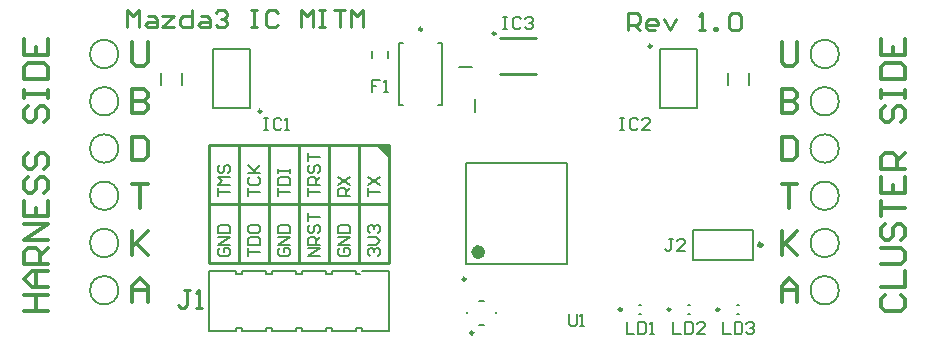
<source format=gto>
G04*
G04 #@! TF.GenerationSoftware,Altium Limited,Altium Designer,22.3.1 (43)*
G04*
G04 Layer_Color=65535*
%FSLAX44Y44*%
%MOMM*%
G71*
G04*
G04 #@! TF.SameCoordinates,C52AF181-6C1B-4B2A-911A-4B769AFB4D18*
G04*
G04*
G04 #@! TF.FilePolarity,Positive*
G04*
G01*
G75*
%ADD10C,0.3000*%
%ADD11C,0.2500*%
%ADD12C,0.6000*%
%ADD13C,0.2540*%
%ADD14C,0.2000*%
%ADD15C,0.3500*%
G36*
X619760Y843280D02*
X631190D01*
Y831850D01*
X619760Y843280D01*
D02*
G37*
D10*
X946860Y758401D02*
G03*
X946860Y758401I-1500J0D01*
G01*
D11*
X828170Y703580D02*
G03*
X828170Y703580I-1250J0D01*
G01*
X869440D02*
G03*
X869440Y703580I-1250J0D01*
G01*
X910710D02*
G03*
X910710Y703580I-1250J0D01*
G01*
X695890Y729360D02*
G03*
X695890Y729360I-1250J0D01*
G01*
X853550Y926710D02*
G03*
X853550Y926710I-1250J0D01*
G01*
X523090Y871610D02*
G03*
X523090Y871610I-1250J0D01*
G01*
X659110Y940970D02*
G03*
X659110Y940970I-1250J0D01*
G01*
X702550Y683910D02*
G03*
X702550Y683910I-1250J0D01*
G01*
X409302Y942462D02*
Y957458D01*
X414301Y952459D01*
X419299Y957458D01*
Y942462D01*
X426797Y952459D02*
X431795D01*
X434294Y949960D01*
Y942462D01*
X426797D01*
X424297Y944962D01*
X426797Y947461D01*
X434294D01*
X439293Y952459D02*
X449289D01*
X439293Y942462D01*
X449289D01*
X464285Y957458D02*
Y942462D01*
X456787D01*
X454288Y944962D01*
Y949960D01*
X456787Y952459D01*
X464285D01*
X471782D02*
X476781D01*
X479280Y949960D01*
Y942462D01*
X471782D01*
X469283Y944962D01*
X471782Y947461D01*
X479280D01*
X484278Y954958D02*
X486777Y957458D01*
X491776D01*
X494275Y954958D01*
Y952459D01*
X491776Y949960D01*
X489277D01*
X491776D01*
X494275Y947461D01*
Y944962D01*
X491776Y942462D01*
X486777D01*
X484278Y944962D01*
X514268Y957458D02*
X519267D01*
X516768D01*
Y942462D01*
X514268D01*
X519267D01*
X536761Y954958D02*
X534262Y957458D01*
X529263D01*
X526764Y954958D01*
Y944962D01*
X529263Y942462D01*
X534262D01*
X536761Y944962D01*
X556755Y942462D02*
Y957458D01*
X561753Y952459D01*
X566751Y957458D01*
Y942462D01*
X571750Y957458D02*
X576748D01*
X574249D01*
Y942462D01*
X571750D01*
X576748D01*
X584246Y957458D02*
X594243D01*
X589244D01*
Y942462D01*
X599241D02*
Y957458D01*
X604239Y952459D01*
X609238Y957458D01*
Y942462D01*
X833895Y939922D02*
Y954918D01*
X841393D01*
X843892Y952418D01*
Y947420D01*
X841393Y944921D01*
X833895D01*
X838894D02*
X843892Y939922D01*
X856388D02*
X851390D01*
X848891Y942422D01*
Y947420D01*
X851390Y949919D01*
X856388D01*
X858887Y947420D01*
Y944921D01*
X848891D01*
X863886Y949919D02*
X868884Y939922D01*
X873882Y949919D01*
X893876Y939922D02*
X898874D01*
X896375D01*
Y954918D01*
X893876Y952418D01*
X906372Y939922D02*
Y942422D01*
X908871D01*
Y939922D01*
X906372D01*
X918868Y952418D02*
X921367Y954918D01*
X926366D01*
X928865Y952418D01*
Y942422D01*
X926366Y939922D01*
X921367D01*
X918868Y942422D01*
Y952418D01*
D12*
X709640Y752360D02*
G03*
X709640Y752360I-3000J0D01*
G01*
D13*
X721360Y937260D02*
G03*
X721360Y937260I-1270J0D01*
G01*
X478790Y843280D02*
X631190Y843280D01*
X478790Y793115D02*
X631190Y793115D01*
Y742950D02*
Y843280D01*
X478790Y742950D02*
X631190D01*
X605790D02*
Y843280D01*
X580390Y742950D02*
Y843280D01*
X554990Y742950D02*
Y843280D01*
X529590Y742950D02*
Y843280D01*
X478790Y742950D02*
Y843280D01*
X504190Y742950D02*
Y843280D01*
X725410Y903210D02*
X755410D01*
X725410Y933210D02*
X755410D01*
X462280Y720088D02*
X457202D01*
X459741D01*
Y707392D01*
X457202Y704853D01*
X454663D01*
X452123Y707392D01*
X467358Y704853D02*
X472437D01*
X469898D01*
Y720088D01*
X467358Y717548D01*
D14*
X402000Y720000D02*
G03*
X402000Y720000I-12000J0D01*
G01*
Y800000D02*
G03*
X402000Y800000I-12000J0D01*
G01*
Y920000D02*
G03*
X402000Y920000I-12000J0D01*
G01*
Y760000D02*
G03*
X402000Y760000I-12000J0D01*
G01*
Y880000D02*
G03*
X402000Y880000I-12000J0D01*
G01*
Y840000D02*
G03*
X402000Y840000I-12000J0D01*
G01*
X1012000Y720000D02*
G03*
X1012000Y720000I-12000J0D01*
G01*
Y760000D02*
G03*
X1012000Y760000I-12000J0D01*
G01*
Y800000D02*
G03*
X1012000Y800000I-12000J0D01*
G01*
Y840000D02*
G03*
X1012000Y840000I-12000J0D01*
G01*
Y880000D02*
G03*
X1012000Y880000I-12000J0D01*
G01*
Y920000D02*
G03*
X1012000Y920000I-12000J0D01*
G01*
X478790Y685800D02*
Y736600D01*
X501650Y734060D02*
Y736600D01*
Y685800D02*
Y688340D01*
X478790Y685800D02*
X501650D01*
Y734060D02*
X506730D01*
Y736600D01*
Y685800D02*
Y688340D01*
X501650D02*
X506730D01*
Y736600D02*
X527050D01*
Y734060D02*
Y736600D01*
Y685800D02*
Y688340D01*
X506730Y685800D02*
X527050D01*
Y734060D02*
X532130D01*
Y736600D01*
X552450D01*
Y734060D02*
Y736600D01*
Y685800D02*
Y688340D01*
X532130Y685800D02*
X552450D01*
X532130D02*
Y688340D01*
X527050D02*
X532130D01*
X552450Y734060D02*
X557530D01*
Y736600D01*
X577850D01*
Y734060D02*
Y736600D01*
Y685800D02*
Y688340D01*
X557530Y685800D02*
X577850D01*
X557530D02*
Y688340D01*
X552450D02*
X557530D01*
X577850Y734060D02*
X582930D01*
Y736600D01*
Y685800D02*
Y688340D01*
X577850D02*
X582930D01*
X603250Y685800D02*
Y688340D01*
X582930Y685800D02*
X603250D01*
Y688340D02*
X608330D01*
X631190Y685800D02*
Y736600D01*
X608330Y685800D02*
X631190D01*
X608330D02*
Y688340D01*
X478790Y736600D02*
X501650D01*
X582930D02*
X603250D01*
Y734060D02*
Y736600D01*
Y734060D02*
X606490D01*
X608330Y735900D02*
Y736600D01*
X631190D01*
X939410Y745351D02*
Y770751D01*
X888610Y745351D02*
Y770751D01*
X939410D01*
X888610Y745351D02*
X939410D01*
X843170Y699580D02*
X844670D01*
X843170Y707580D02*
X844670D01*
X884440Y699580D02*
X885940D01*
X884440Y707580D02*
X885940D01*
X925710Y699580D02*
X927210D01*
X925710Y707580D02*
X927210D01*
X616820Y916730D02*
Y922230D01*
X630320Y916730D02*
Y922230D01*
X781640Y742360D02*
Y827360D01*
X696640Y742360D02*
Y827360D01*
X781640D01*
X696640Y742360D02*
X781640D01*
X860800Y874160D02*
X891800D01*
X860800Y924160D02*
X891800D01*
Y874160D02*
Y924160D01*
X860800Y874160D02*
Y924160D01*
X482340D02*
X513340D01*
X482340Y874160D02*
X513340D01*
X482340D02*
Y924160D01*
X513340Y874160D02*
Y924160D01*
X936100Y894160D02*
Y904160D01*
X918100Y894160D02*
Y904160D01*
X438040Y894160D02*
Y904160D01*
X456040Y894160D02*
Y904160D01*
X703580Y870550D02*
Y882050D01*
X690210Y909320D02*
X701710D01*
X672360Y929470D02*
X675860D01*
Y876470D02*
Y929470D01*
X672360Y876470D02*
X675860D01*
X639860Y929470D02*
X643360D01*
X639860Y876470D02*
Y929470D01*
Y876470D02*
X643360D01*
X707300Y690910D02*
X711300D01*
X721800Y700410D02*
Y701410D01*
X707300Y710910D02*
X711300D01*
X696800Y700410D02*
Y701410D01*
X613492Y799471D02*
Y806135D01*
Y802803D01*
X623488D01*
X613492Y809468D02*
X623488Y816132D01*
X613492D02*
X623488Y809468D01*
X598088Y799471D02*
X588092D01*
Y804469D01*
X589758Y806135D01*
X593090D01*
X594756Y804469D01*
Y799471D01*
Y802803D02*
X598088Y806135D01*
X588092Y809468D02*
X598088Y816132D01*
X588092D02*
X598088Y809468D01*
X562692Y799471D02*
Y806135D01*
Y802803D01*
X572688D01*
Y809468D02*
X562692D01*
Y814466D01*
X564358Y816132D01*
X567690D01*
X569356Y814466D01*
Y809468D01*
Y812800D02*
X572688Y816132D01*
X564358Y826129D02*
X562692Y824463D01*
Y821131D01*
X564358Y819464D01*
X566024D01*
X567690Y821131D01*
Y824463D01*
X569356Y826129D01*
X571022D01*
X572688Y824463D01*
Y821131D01*
X571022Y819464D01*
X562692Y829461D02*
Y836126D01*
Y832794D01*
X572688D01*
X537292Y799471D02*
Y806135D01*
Y802803D01*
X547288D01*
X537292Y809468D02*
X547288D01*
Y814466D01*
X545622Y816132D01*
X538958D01*
X537292Y814466D01*
Y809468D01*
Y819464D02*
Y822797D01*
Y821131D01*
X547288D01*
Y819464D01*
Y822797D01*
X511892Y799471D02*
Y806135D01*
Y802803D01*
X521888D01*
X513558Y816132D02*
X511892Y814466D01*
Y811134D01*
X513558Y809468D01*
X520222D01*
X521888Y811134D01*
Y814466D01*
X520222Y816132D01*
X511892Y819464D02*
X521888D01*
X518556D01*
X511892Y826129D01*
X516890Y821131D01*
X521888Y826129D01*
X486492Y799471D02*
Y806135D01*
Y802803D01*
X496488D01*
Y809468D02*
X486492D01*
X489824Y812800D01*
X486492Y816132D01*
X496488D01*
X488158Y826129D02*
X486492Y824463D01*
Y821131D01*
X488158Y819464D01*
X489824D01*
X491490Y821131D01*
Y824463D01*
X493156Y826129D01*
X494822D01*
X496488Y824463D01*
Y821131D01*
X494822Y819464D01*
X615158Y748671D02*
X613492Y750337D01*
Y753669D01*
X615158Y755335D01*
X616824D01*
X618490Y753669D01*
Y752003D01*
Y753669D01*
X620156Y755335D01*
X621822D01*
X623488Y753669D01*
Y750337D01*
X621822Y748671D01*
X613492Y758668D02*
X620156D01*
X623488Y762000D01*
X620156Y765332D01*
X613492D01*
X615158Y768664D02*
X613492Y770331D01*
Y773663D01*
X615158Y775329D01*
X616824D01*
X618490Y773663D01*
Y771997D01*
Y773663D01*
X620156Y775329D01*
X621822D01*
X623488Y773663D01*
Y770331D01*
X621822Y768664D01*
X589758Y755335D02*
X588092Y753669D01*
Y750337D01*
X589758Y748671D01*
X596422D01*
X598088Y750337D01*
Y753669D01*
X596422Y755335D01*
X593090D01*
Y752003D01*
X598088Y758668D02*
X588092D01*
X598088Y765332D01*
X588092D01*
Y768664D02*
X598088D01*
Y773663D01*
X596422Y775329D01*
X589758D01*
X588092Y773663D01*
Y768664D01*
X572688Y748671D02*
X562692D01*
X572688Y755335D01*
X562692D01*
X572688Y758668D02*
X562692D01*
Y763666D01*
X564358Y765332D01*
X567690D01*
X569356Y763666D01*
Y758668D01*
Y762000D02*
X572688Y765332D01*
X564358Y775329D02*
X562692Y773663D01*
Y770331D01*
X564358Y768664D01*
X566024D01*
X567690Y770331D01*
Y773663D01*
X569356Y775329D01*
X571022D01*
X572688Y773663D01*
Y770331D01*
X571022Y768664D01*
X562692Y778661D02*
Y785326D01*
Y781994D01*
X572688D01*
X538958Y755335D02*
X537292Y753669D01*
Y750337D01*
X538958Y748671D01*
X545622D01*
X547288Y750337D01*
Y753669D01*
X545622Y755335D01*
X542290D01*
Y752003D01*
X547288Y758668D02*
X537292D01*
X547288Y765332D01*
X537292D01*
Y768664D02*
X547288D01*
Y773663D01*
X545622Y775329D01*
X538958D01*
X537292Y773663D01*
Y768664D01*
X511892Y748671D02*
Y755335D01*
Y752003D01*
X521888D01*
X511892Y758668D02*
X521888D01*
Y763666D01*
X520222Y765332D01*
X513558D01*
X511892Y763666D01*
Y758668D01*
Y773663D02*
Y770331D01*
X513558Y768664D01*
X520222D01*
X521888Y770331D01*
Y773663D01*
X520222Y775329D01*
X513558D01*
X511892Y773663D01*
X488158Y755335D02*
X486492Y753669D01*
Y750337D01*
X488158Y748671D01*
X494822D01*
X496488Y750337D01*
Y753669D01*
X494822Y755335D01*
X491490D01*
Y752003D01*
X496488Y758668D02*
X486492D01*
X496488Y765332D01*
X486492D01*
Y768664D02*
X496488D01*
Y773663D01*
X494822Y775329D01*
X488158D01*
X486492Y773663D01*
Y768664D01*
X871823Y763049D02*
X868491D01*
X870157D01*
Y754718D01*
X868491Y753052D01*
X866825D01*
X865159Y754718D01*
X881820Y753052D02*
X875156D01*
X881820Y759717D01*
Y761383D01*
X880154Y763049D01*
X876822D01*
X875156Y761383D01*
X832257Y693338D02*
Y683342D01*
X838922D01*
X842254Y693338D02*
Y683342D01*
X847252D01*
X848918Y685008D01*
Y691672D01*
X847252Y693338D01*
X842254D01*
X852251Y683342D02*
X855583D01*
X853917D01*
Y693338D01*
X852251Y691672D01*
X871861Y693338D02*
Y683342D01*
X878525D01*
X881858Y693338D02*
Y683342D01*
X886856D01*
X888522Y685008D01*
Y691672D01*
X886856Y693338D01*
X881858D01*
X898519Y683342D02*
X891854D01*
X898519Y690006D01*
Y691672D01*
X896853Y693338D01*
X893521D01*
X891854Y691672D01*
X913771Y693338D02*
Y683342D01*
X920435D01*
X923768Y693338D02*
Y683342D01*
X928766D01*
X930432Y685008D01*
Y691672D01*
X928766Y693338D01*
X923768D01*
X933764Y691672D02*
X935431Y693338D01*
X938763D01*
X940429Y691672D01*
Y690006D01*
X938763Y688340D01*
X937097D01*
X938763D01*
X940429Y686674D01*
Y685008D01*
X938763Y683342D01*
X935431D01*
X933764Y685008D01*
X623570Y897808D02*
X616906D01*
Y892810D01*
X620238D01*
X616906D01*
Y887812D01*
X626902D02*
X630234D01*
X628568D01*
Y897808D01*
X626902Y896142D01*
X783276Y699688D02*
Y691358D01*
X784942Y689692D01*
X788274D01*
X789940Y691358D01*
Y699688D01*
X793272Y689692D02*
X796605D01*
X794938D01*
Y699688D01*
X793272Y698022D01*
X727914Y951148D02*
X731246D01*
X729580D01*
Y941152D01*
X727914D01*
X731246D01*
X742909Y949482D02*
X741243Y951148D01*
X737911D01*
X736245Y949482D01*
Y942818D01*
X737911Y941152D01*
X741243D01*
X742909Y942818D01*
X746242Y949482D02*
X747908Y951148D01*
X751240D01*
X752906Y949482D01*
Y947816D01*
X751240Y946150D01*
X749574D01*
X751240D01*
X752906Y944484D01*
Y942818D01*
X751240Y941152D01*
X747908D01*
X746242Y942818D01*
X826974Y866058D02*
X830306D01*
X828640D01*
Y856062D01*
X826974D01*
X830306D01*
X841969Y864392D02*
X840303Y866058D01*
X836971D01*
X835305Y864392D01*
Y857728D01*
X836971Y856062D01*
X840303D01*
X841969Y857728D01*
X851966Y856062D02*
X845302D01*
X851966Y862726D01*
Y864392D01*
X850300Y866058D01*
X846968D01*
X845302Y864392D01*
X525110Y866058D02*
X528442D01*
X526776D01*
Y856062D01*
X525110D01*
X528442D01*
X540105Y864392D02*
X538439Y866058D01*
X535107D01*
X533441Y864392D01*
Y857728D01*
X535107Y856062D01*
X538439D01*
X540105Y857728D01*
X543438Y856062D02*
X546770D01*
X545104D01*
Y866058D01*
X543438Y864392D01*
D15*
X1051069Y715893D02*
X1047737Y712561D01*
Y705896D01*
X1051069Y702564D01*
X1064398D01*
X1067730Y705896D01*
Y712561D01*
X1064398Y715893D01*
X1047737Y722558D02*
X1067730D01*
Y735887D01*
X1047737Y742551D02*
X1064398D01*
X1067730Y745883D01*
Y752548D01*
X1064398Y755880D01*
X1047737D01*
X1051069Y775874D02*
X1047737Y772542D01*
Y765877D01*
X1051069Y762545D01*
X1054401D01*
X1057733Y765877D01*
Y772542D01*
X1061066Y775874D01*
X1064398D01*
X1067730Y772542D01*
Y765877D01*
X1064398Y762545D01*
X1047737Y782538D02*
Y795867D01*
Y789203D01*
X1067730D01*
X1047737Y815861D02*
Y802532D01*
X1067730D01*
Y815861D01*
X1057733Y802532D02*
Y809196D01*
X1067730Y822525D02*
X1047737D01*
Y832522D01*
X1051069Y835854D01*
X1057733D01*
X1061066Y832522D01*
Y822525D01*
Y829190D02*
X1067730Y835854D01*
X1051069Y875842D02*
X1047737Y872509D01*
Y865845D01*
X1051069Y862513D01*
X1054401D01*
X1057733Y865845D01*
Y872509D01*
X1061066Y875842D01*
X1064398D01*
X1067730Y872509D01*
Y865845D01*
X1064398Y862513D01*
X1047737Y882506D02*
Y889171D01*
Y885838D01*
X1067730D01*
Y882506D01*
Y889171D01*
X1047737Y899167D02*
X1067730D01*
Y909164D01*
X1064398Y912496D01*
X1051069D01*
X1047737Y909164D01*
Y899167D01*
Y932490D02*
Y919161D01*
X1067730D01*
Y932490D01*
X1057733Y919161D02*
Y925826D01*
X963500Y929997D02*
Y913335D01*
X966832Y910003D01*
X973497D01*
X976829Y913335D01*
Y929997D01*
X963500Y889997D02*
Y870003D01*
X973497D01*
X976829Y873335D01*
Y876668D01*
X973497Y880000D01*
X963500D01*
X973497D01*
X976829Y883332D01*
Y886665D01*
X973497Y889997D01*
X963500D01*
Y849997D02*
Y830003D01*
X973497D01*
X976829Y833335D01*
Y846665D01*
X973497Y849997D01*
X963500D01*
Y809997D02*
X976829D01*
X970164D01*
Y790003D01*
X963500Y769997D02*
Y750003D01*
Y756668D01*
X976829Y769997D01*
X966832Y760000D01*
X976829Y750003D01*
X963500Y710003D02*
Y723332D01*
X970164Y729997D01*
X976829Y723332D01*
Y710003D01*
Y720000D01*
X963500D01*
X413500Y710003D02*
Y723332D01*
X420164Y729997D01*
X426829Y723332D01*
Y710003D01*
Y720000D01*
X413500D01*
Y769997D02*
Y750003D01*
Y756668D01*
X426829Y769997D01*
X416832Y760000D01*
X426829Y750003D01*
X413500Y809997D02*
X426829D01*
X420164D01*
Y790003D01*
X413500Y849997D02*
Y830003D01*
X423497D01*
X426829Y833335D01*
Y846665D01*
X423497Y849997D01*
X413500D01*
Y889997D02*
Y870003D01*
X423497D01*
X426829Y873335D01*
Y876668D01*
X423497Y880000D01*
X413500D01*
X423497D01*
X426829Y883332D01*
Y886665D01*
X423497Y889997D01*
X413500D01*
Y929997D02*
Y913335D01*
X416832Y910003D01*
X423497D01*
X426829Y913335D01*
Y929997D01*
X322270Y702564D02*
X342263D01*
X332267D01*
Y715893D01*
X322270D01*
X342263D01*
Y722558D02*
X328935D01*
X322270Y729222D01*
X328935Y735887D01*
X342263D01*
X332267D01*
Y722558D01*
X342263Y742551D02*
X322270D01*
Y752548D01*
X325602Y755880D01*
X332267D01*
X335599Y752548D01*
Y742551D01*
Y749216D02*
X342263Y755880D01*
Y762545D02*
X322270D01*
X342263Y775874D01*
X322270D01*
Y795867D02*
Y782538D01*
X342263D01*
Y795867D01*
X332267Y782538D02*
Y789203D01*
X325602Y815861D02*
X322270Y812529D01*
Y805864D01*
X325602Y802532D01*
X328935D01*
X332267Y805864D01*
Y812529D01*
X335599Y815861D01*
X338931D01*
X342263Y812529D01*
Y805864D01*
X338931Y802532D01*
X325602Y835854D02*
X322270Y832522D01*
Y825858D01*
X325602Y822525D01*
X328935D01*
X332267Y825858D01*
Y832522D01*
X335599Y835854D01*
X338931D01*
X342263Y832522D01*
Y825858D01*
X338931Y822525D01*
X325602Y875842D02*
X322270Y872509D01*
Y865845D01*
X325602Y862513D01*
X328935D01*
X332267Y865845D01*
Y872509D01*
X335599Y875842D01*
X338931D01*
X342263Y872509D01*
Y865845D01*
X338931Y862513D01*
X322270Y882506D02*
Y889171D01*
Y885838D01*
X342263D01*
Y882506D01*
Y889171D01*
X322270Y899167D02*
X342263D01*
Y909164D01*
X338931Y912496D01*
X325602D01*
X322270Y909164D01*
Y899167D01*
Y932490D02*
Y919161D01*
X342263D01*
Y932490D01*
X332267Y919161D02*
Y925826D01*
M02*

</source>
